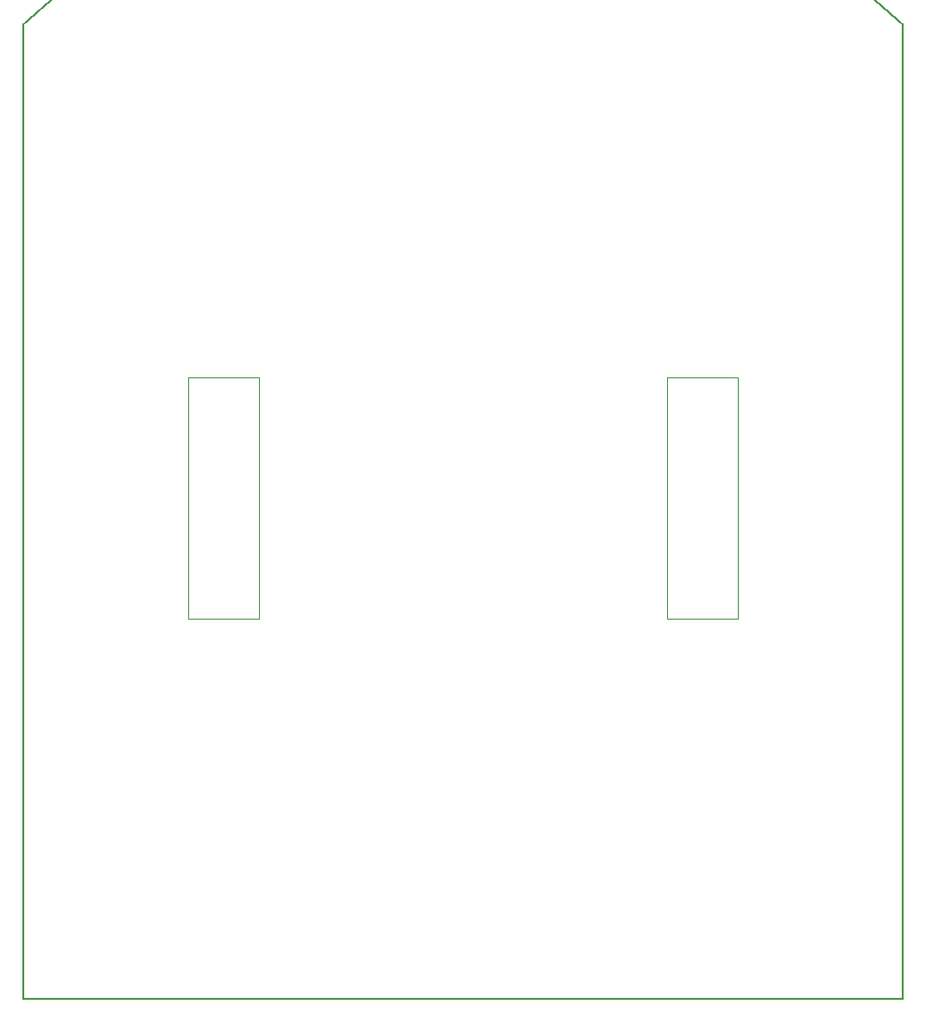
<source format=gbr>
%TF.GenerationSoftware,KiCad,Pcbnew,8.0.1*%
%TF.CreationDate,2024-07-04T14:23:12+02:00*%
%TF.ProjectId,Robuoy-Sub,526f6275-6f79-42d5-9375-622e6b696361,rev?*%
%TF.SameCoordinates,Original*%
%TF.FileFunction,Profile,NP*%
%FSLAX46Y46*%
G04 Gerber Fmt 4.6, Leading zero omitted, Abs format (unit mm)*
G04 Created by KiCad (PCBNEW 8.0.1) date 2024-07-04 14:23:12*
%MOMM*%
%LPD*%
G01*
G04 APERTURE LIST*
%TA.AperFunction,Profile*%
%ADD10C,0.150000*%
%TD*%
%TA.AperFunction,Profile*%
%ADD11C,0.100000*%
%TD*%
G04 APERTURE END LIST*
D10*
X165810000Y-79390000D02*
X165810000Y-54390000D01*
D11*
X144310000Y-86390000D02*
X150810000Y-86390000D01*
X150810000Y-108390000D01*
X144310000Y-108390000D01*
X144310000Y-86390000D01*
D10*
X85810000Y-79390000D02*
X85810000Y-117890000D01*
X85810000Y-54390000D02*
X85810000Y-79390000D01*
X165810000Y-142890000D02*
X165810000Y-117890000D01*
X165810000Y-117890000D02*
X165810000Y-79390000D01*
D11*
X100810000Y-86390000D02*
X107310000Y-86390000D01*
X107310000Y-108390000D01*
X100810000Y-108390000D01*
X100810000Y-86390000D01*
D10*
X85810000Y-142890000D02*
X165810000Y-142890000D01*
X85810000Y-54390000D02*
G75*
G02*
X165810000Y-54390000I40000000J-43500000D01*
G01*
X85810000Y-117890000D02*
X85810000Y-142890000D01*
M02*

</source>
